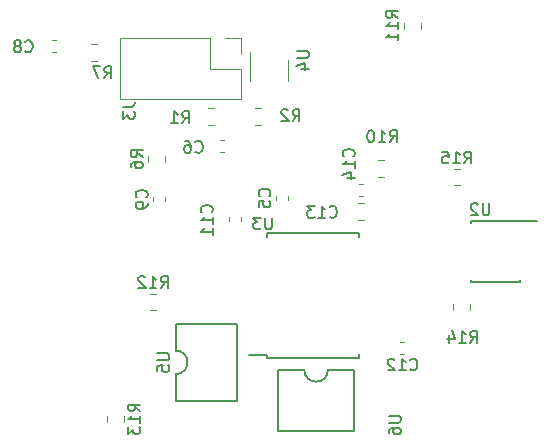
<source format=gbr>
G04 #@! TF.GenerationSoftware,KiCad,Pcbnew,(5.1.0)-1*
G04 #@! TF.CreationDate,2020-04-24T14:50:20+08:00*
G04 #@! TF.ProjectId,rs485_for_servo,72733438-355f-4666-9f72-5f736572766f,rev?*
G04 #@! TF.SameCoordinates,Original*
G04 #@! TF.FileFunction,Legend,Bot*
G04 #@! TF.FilePolarity,Positive*
%FSLAX46Y46*%
G04 Gerber Fmt 4.6, Leading zero omitted, Abs format (unit mm)*
G04 Created by KiCad (PCBNEW (5.1.0)-1) date 2020-04-24 14:50:20*
%MOMM*%
%LPD*%
G04 APERTURE LIST*
%ADD10C,0.200000*%
%ADD11C,0.120000*%
%ADD12C,0.150000*%
G04 APERTURE END LIST*
D10*
X99100000Y-53335000D02*
X99100000Y-51100000D01*
X104300000Y-53335000D02*
X99100000Y-53335000D01*
X104300000Y-46865000D02*
X104300000Y-53335000D01*
X99100000Y-46865000D02*
X104300000Y-46865000D01*
X99100000Y-49100000D02*
X99100000Y-46865000D01*
X99100000Y-51100000D02*
G75*
G03X99100000Y-49100000I0J1000000D01*
G01*
X107763000Y-50740000D02*
X109998000Y-50740000D01*
X107763000Y-55940000D02*
X107763000Y-50740000D01*
X114233000Y-55940000D02*
X107763000Y-55940000D01*
X114233000Y-50740000D02*
X114233000Y-55940000D01*
X111998000Y-50740000D02*
X114233000Y-50740000D01*
X109998000Y-50740000D02*
G75*
G03X111998000Y-50740000I1000000J0D01*
G01*
D11*
X123161252Y-35110000D02*
X122638748Y-35110000D01*
X123161252Y-33690000D02*
X122638748Y-33690000D01*
D12*
X128275000Y-38175000D02*
X129675000Y-38175000D01*
X128275000Y-43275000D02*
X124125000Y-43275000D01*
X128275000Y-38125000D02*
X124125000Y-38125000D01*
X128275000Y-43275000D02*
X128275000Y-43130000D01*
X124125000Y-43275000D02*
X124125000Y-43130000D01*
X124125000Y-38125000D02*
X124125000Y-38270000D01*
X128275000Y-38125000D02*
X128275000Y-38175000D01*
D11*
X92458578Y-24610000D02*
X91941422Y-24610000D01*
X92458578Y-23190000D02*
X91941422Y-23190000D01*
X101841422Y-28590000D02*
X102358578Y-28590000D01*
X101841422Y-30010000D02*
X102358578Y-30010000D01*
X88971267Y-23810000D02*
X88628733Y-23810000D01*
X88971267Y-22790000D02*
X88628733Y-22790000D01*
X106358578Y-30010000D02*
X105841422Y-30010000D01*
X106358578Y-28590000D02*
X105841422Y-28590000D01*
X98210000Y-32641422D02*
X98210000Y-33158578D01*
X96790000Y-32641422D02*
X96790000Y-33158578D01*
X119836000Y-21331422D02*
X119836000Y-21848578D01*
X118416000Y-21331422D02*
X118416000Y-21848578D01*
X104650000Y-23960000D02*
X104650000Y-22630000D01*
X104650000Y-22630000D02*
X103320000Y-22630000D01*
X104650000Y-25230000D02*
X102050000Y-25230000D01*
X102050000Y-25230000D02*
X102050000Y-22630000D01*
X102050000Y-22630000D02*
X94370000Y-22630000D01*
X94370000Y-27830000D02*
X94370000Y-22630000D01*
X104650000Y-27830000D02*
X94370000Y-27830000D01*
X104650000Y-27830000D02*
X104650000Y-25230000D01*
X104610000Y-37828733D02*
X104610000Y-38171267D01*
X103590000Y-37828733D02*
X103590000Y-38171267D01*
X118128733Y-48390000D02*
X118471267Y-48390000D01*
X118128733Y-49410000D02*
X118471267Y-49410000D01*
X115061252Y-38010000D02*
X114538748Y-38010000D01*
X115061252Y-36590000D02*
X114538748Y-36590000D01*
X114971267Y-36010000D02*
X114628733Y-36010000D01*
X114971267Y-34990000D02*
X114628733Y-34990000D01*
X116761252Y-34410000D02*
X116238748Y-34410000D01*
X116761252Y-32990000D02*
X116238748Y-32990000D01*
X97458578Y-45710000D02*
X96941422Y-45710000D01*
X97458578Y-44290000D02*
X96941422Y-44290000D01*
X93290000Y-55158578D02*
X93290000Y-54641422D01*
X94710000Y-55158578D02*
X94710000Y-54641422D01*
D12*
X106869000Y-49500000D02*
X105344000Y-49500000D01*
X106869000Y-39125000D02*
X114619000Y-39125000D01*
X106869000Y-49775000D02*
X114619000Y-49775000D01*
X106869000Y-39125000D02*
X106869000Y-39480000D01*
X114619000Y-39125000D02*
X114619000Y-39480000D01*
X114619000Y-49775000D02*
X114619000Y-49420000D01*
X106869000Y-49775000D02*
X106869000Y-49500000D01*
D11*
X108610000Y-36037221D02*
X108610000Y-36362779D01*
X107590000Y-36037221D02*
X107590000Y-36362779D01*
X103162779Y-32310000D02*
X102837221Y-32310000D01*
X103162779Y-31290000D02*
X102837221Y-31290000D01*
X124010000Y-45138748D02*
X124010000Y-45661252D01*
X122590000Y-45138748D02*
X122590000Y-45661252D01*
X98210000Y-36128733D02*
X98210000Y-36471267D01*
X97190000Y-36128733D02*
X97190000Y-36471267D01*
X105390000Y-26300000D02*
X105390000Y-23850000D01*
X108610000Y-24500000D02*
X108610000Y-26300000D01*
D12*
X97552380Y-49338095D02*
X98361904Y-49338095D01*
X98457142Y-49385714D01*
X98504761Y-49433333D01*
X98552380Y-49528571D01*
X98552380Y-49719047D01*
X98504761Y-49814285D01*
X98457142Y-49861904D01*
X98361904Y-49909523D01*
X97552380Y-49909523D01*
X97552380Y-50861904D02*
X97552380Y-50385714D01*
X98028571Y-50338095D01*
X97980952Y-50385714D01*
X97933333Y-50480952D01*
X97933333Y-50719047D01*
X97980952Y-50814285D01*
X98028571Y-50861904D01*
X98123809Y-50909523D01*
X98361904Y-50909523D01*
X98457142Y-50861904D01*
X98504761Y-50814285D01*
X98552380Y-50719047D01*
X98552380Y-50480952D01*
X98504761Y-50385714D01*
X98457142Y-50338095D01*
X117152380Y-54638095D02*
X117961904Y-54638095D01*
X118057142Y-54685714D01*
X118104761Y-54733333D01*
X118152380Y-54828571D01*
X118152380Y-55019047D01*
X118104761Y-55114285D01*
X118057142Y-55161904D01*
X117961904Y-55209523D01*
X117152380Y-55209523D01*
X117152380Y-56114285D02*
X117152380Y-55923809D01*
X117200000Y-55828571D01*
X117247619Y-55780952D01*
X117390476Y-55685714D01*
X117580952Y-55638095D01*
X117961904Y-55638095D01*
X118057142Y-55685714D01*
X118104761Y-55733333D01*
X118152380Y-55828571D01*
X118152380Y-56019047D01*
X118104761Y-56114285D01*
X118057142Y-56161904D01*
X117961904Y-56209523D01*
X117723809Y-56209523D01*
X117628571Y-56161904D01*
X117580952Y-56114285D01*
X117533333Y-56019047D01*
X117533333Y-55828571D01*
X117580952Y-55733333D01*
X117628571Y-55685714D01*
X117723809Y-55638095D01*
X123542857Y-33252380D02*
X123876190Y-32776190D01*
X124114285Y-33252380D02*
X124114285Y-32252380D01*
X123733333Y-32252380D01*
X123638095Y-32300000D01*
X123590476Y-32347619D01*
X123542857Y-32442857D01*
X123542857Y-32585714D01*
X123590476Y-32680952D01*
X123638095Y-32728571D01*
X123733333Y-32776190D01*
X124114285Y-32776190D01*
X122590476Y-33252380D02*
X123161904Y-33252380D01*
X122876190Y-33252380D02*
X122876190Y-32252380D01*
X122971428Y-32395238D01*
X123066666Y-32490476D01*
X123161904Y-32538095D01*
X121685714Y-32252380D02*
X122161904Y-32252380D01*
X122209523Y-32728571D01*
X122161904Y-32680952D01*
X122066666Y-32633333D01*
X121828571Y-32633333D01*
X121733333Y-32680952D01*
X121685714Y-32728571D01*
X121638095Y-32823809D01*
X121638095Y-33061904D01*
X121685714Y-33157142D01*
X121733333Y-33204761D01*
X121828571Y-33252380D01*
X122066666Y-33252380D01*
X122161904Y-33204761D01*
X122209523Y-33157142D01*
X125661904Y-36652380D02*
X125661904Y-37461904D01*
X125614285Y-37557142D01*
X125566666Y-37604761D01*
X125471428Y-37652380D01*
X125280952Y-37652380D01*
X125185714Y-37604761D01*
X125138095Y-37557142D01*
X125090476Y-37461904D01*
X125090476Y-36652380D01*
X124661904Y-36747619D02*
X124614285Y-36700000D01*
X124519047Y-36652380D01*
X124280952Y-36652380D01*
X124185714Y-36700000D01*
X124138095Y-36747619D01*
X124090476Y-36842857D01*
X124090476Y-36938095D01*
X124138095Y-37080952D01*
X124709523Y-37652380D01*
X124090476Y-37652380D01*
X93066666Y-26052380D02*
X93400000Y-25576190D01*
X93638095Y-26052380D02*
X93638095Y-25052380D01*
X93257142Y-25052380D01*
X93161904Y-25100000D01*
X93114285Y-25147619D01*
X93066666Y-25242857D01*
X93066666Y-25385714D01*
X93114285Y-25480952D01*
X93161904Y-25528571D01*
X93257142Y-25576190D01*
X93638095Y-25576190D01*
X92733333Y-25052380D02*
X92066666Y-25052380D01*
X92495238Y-26052380D01*
X99666666Y-29852380D02*
X100000000Y-29376190D01*
X100238095Y-29852380D02*
X100238095Y-28852380D01*
X99857142Y-28852380D01*
X99761904Y-28900000D01*
X99714285Y-28947619D01*
X99666666Y-29042857D01*
X99666666Y-29185714D01*
X99714285Y-29280952D01*
X99761904Y-29328571D01*
X99857142Y-29376190D01*
X100238095Y-29376190D01*
X98714285Y-29852380D02*
X99285714Y-29852380D01*
X99000000Y-29852380D02*
X99000000Y-28852380D01*
X99095238Y-28995238D01*
X99190476Y-29090476D01*
X99285714Y-29138095D01*
X86366666Y-23757142D02*
X86414285Y-23804761D01*
X86557142Y-23852380D01*
X86652380Y-23852380D01*
X86795238Y-23804761D01*
X86890476Y-23709523D01*
X86938095Y-23614285D01*
X86985714Y-23423809D01*
X86985714Y-23280952D01*
X86938095Y-23090476D01*
X86890476Y-22995238D01*
X86795238Y-22900000D01*
X86652380Y-22852380D01*
X86557142Y-22852380D01*
X86414285Y-22900000D01*
X86366666Y-22947619D01*
X85795238Y-23280952D02*
X85890476Y-23233333D01*
X85938095Y-23185714D01*
X85985714Y-23090476D01*
X85985714Y-23042857D01*
X85938095Y-22947619D01*
X85890476Y-22900000D01*
X85795238Y-22852380D01*
X85604761Y-22852380D01*
X85509523Y-22900000D01*
X85461904Y-22947619D01*
X85414285Y-23042857D01*
X85414285Y-23090476D01*
X85461904Y-23185714D01*
X85509523Y-23233333D01*
X85604761Y-23280952D01*
X85795238Y-23280952D01*
X85890476Y-23328571D01*
X85938095Y-23376190D01*
X85985714Y-23471428D01*
X85985714Y-23661904D01*
X85938095Y-23757142D01*
X85890476Y-23804761D01*
X85795238Y-23852380D01*
X85604761Y-23852380D01*
X85509523Y-23804761D01*
X85461904Y-23757142D01*
X85414285Y-23661904D01*
X85414285Y-23471428D01*
X85461904Y-23376190D01*
X85509523Y-23328571D01*
X85604761Y-23280952D01*
X108996666Y-29682380D02*
X109330000Y-29206190D01*
X109568095Y-29682380D02*
X109568095Y-28682380D01*
X109187142Y-28682380D01*
X109091904Y-28730000D01*
X109044285Y-28777619D01*
X108996666Y-28872857D01*
X108996666Y-29015714D01*
X109044285Y-29110952D01*
X109091904Y-29158571D01*
X109187142Y-29206190D01*
X109568095Y-29206190D01*
X108615714Y-28777619D02*
X108568095Y-28730000D01*
X108472857Y-28682380D01*
X108234761Y-28682380D01*
X108139523Y-28730000D01*
X108091904Y-28777619D01*
X108044285Y-28872857D01*
X108044285Y-28968095D01*
X108091904Y-29110952D01*
X108663333Y-29682380D01*
X108044285Y-29682380D01*
X96302380Y-32733333D02*
X95826190Y-32400000D01*
X96302380Y-32161904D02*
X95302380Y-32161904D01*
X95302380Y-32542857D01*
X95350000Y-32638095D01*
X95397619Y-32685714D01*
X95492857Y-32733333D01*
X95635714Y-32733333D01*
X95730952Y-32685714D01*
X95778571Y-32638095D01*
X95826190Y-32542857D01*
X95826190Y-32161904D01*
X95302380Y-33590476D02*
X95302380Y-33400000D01*
X95350000Y-33304761D01*
X95397619Y-33257142D01*
X95540476Y-33161904D01*
X95730952Y-33114285D01*
X96111904Y-33114285D01*
X96207142Y-33161904D01*
X96254761Y-33209523D01*
X96302380Y-33304761D01*
X96302380Y-33495238D01*
X96254761Y-33590476D01*
X96207142Y-33638095D01*
X96111904Y-33685714D01*
X95873809Y-33685714D01*
X95778571Y-33638095D01*
X95730952Y-33590476D01*
X95683333Y-33495238D01*
X95683333Y-33304761D01*
X95730952Y-33209523D01*
X95778571Y-33161904D01*
X95873809Y-33114285D01*
X117928380Y-20947142D02*
X117452190Y-20613809D01*
X117928380Y-20375714D02*
X116928380Y-20375714D01*
X116928380Y-20756666D01*
X116976000Y-20851904D01*
X117023619Y-20899523D01*
X117118857Y-20947142D01*
X117261714Y-20947142D01*
X117356952Y-20899523D01*
X117404571Y-20851904D01*
X117452190Y-20756666D01*
X117452190Y-20375714D01*
X117928380Y-21899523D02*
X117928380Y-21328095D01*
X117928380Y-21613809D02*
X116928380Y-21613809D01*
X117071238Y-21518571D01*
X117166476Y-21423333D01*
X117214095Y-21328095D01*
X117928380Y-22851904D02*
X117928380Y-22280476D01*
X117928380Y-22566190D02*
X116928380Y-22566190D01*
X117071238Y-22470952D01*
X117166476Y-22375714D01*
X117214095Y-22280476D01*
X94652380Y-28466666D02*
X95366666Y-28466666D01*
X95509523Y-28419047D01*
X95604761Y-28323809D01*
X95652380Y-28180952D01*
X95652380Y-28085714D01*
X94652380Y-28847619D02*
X94652380Y-29466666D01*
X95033333Y-29133333D01*
X95033333Y-29276190D01*
X95080952Y-29371428D01*
X95128571Y-29419047D01*
X95223809Y-29466666D01*
X95461904Y-29466666D01*
X95557142Y-29419047D01*
X95604761Y-29371428D01*
X95652380Y-29276190D01*
X95652380Y-28990476D01*
X95604761Y-28895238D01*
X95557142Y-28847619D01*
X102137142Y-37407142D02*
X102184761Y-37359523D01*
X102232380Y-37216666D01*
X102232380Y-37121428D01*
X102184761Y-36978571D01*
X102089523Y-36883333D01*
X101994285Y-36835714D01*
X101803809Y-36788095D01*
X101660952Y-36788095D01*
X101470476Y-36835714D01*
X101375238Y-36883333D01*
X101280000Y-36978571D01*
X101232380Y-37121428D01*
X101232380Y-37216666D01*
X101280000Y-37359523D01*
X101327619Y-37407142D01*
X102232380Y-38359523D02*
X102232380Y-37788095D01*
X102232380Y-38073809D02*
X101232380Y-38073809D01*
X101375238Y-37978571D01*
X101470476Y-37883333D01*
X101518095Y-37788095D01*
X102232380Y-39311904D02*
X102232380Y-38740476D01*
X102232380Y-39026190D02*
X101232380Y-39026190D01*
X101375238Y-38930952D01*
X101470476Y-38835714D01*
X101518095Y-38740476D01*
X118942857Y-50687142D02*
X118990476Y-50734761D01*
X119133333Y-50782380D01*
X119228571Y-50782380D01*
X119371428Y-50734761D01*
X119466666Y-50639523D01*
X119514285Y-50544285D01*
X119561904Y-50353809D01*
X119561904Y-50210952D01*
X119514285Y-50020476D01*
X119466666Y-49925238D01*
X119371428Y-49830000D01*
X119228571Y-49782380D01*
X119133333Y-49782380D01*
X118990476Y-49830000D01*
X118942857Y-49877619D01*
X117990476Y-50782380D02*
X118561904Y-50782380D01*
X118276190Y-50782380D02*
X118276190Y-49782380D01*
X118371428Y-49925238D01*
X118466666Y-50020476D01*
X118561904Y-50068095D01*
X117609523Y-49877619D02*
X117561904Y-49830000D01*
X117466666Y-49782380D01*
X117228571Y-49782380D01*
X117133333Y-49830000D01*
X117085714Y-49877619D01*
X117038095Y-49972857D01*
X117038095Y-50068095D01*
X117085714Y-50210952D01*
X117657142Y-50782380D01*
X117038095Y-50782380D01*
X112142857Y-37757142D02*
X112190476Y-37804761D01*
X112333333Y-37852380D01*
X112428571Y-37852380D01*
X112571428Y-37804761D01*
X112666666Y-37709523D01*
X112714285Y-37614285D01*
X112761904Y-37423809D01*
X112761904Y-37280952D01*
X112714285Y-37090476D01*
X112666666Y-36995238D01*
X112571428Y-36900000D01*
X112428571Y-36852380D01*
X112333333Y-36852380D01*
X112190476Y-36900000D01*
X112142857Y-36947619D01*
X111190476Y-37852380D02*
X111761904Y-37852380D01*
X111476190Y-37852380D02*
X111476190Y-36852380D01*
X111571428Y-36995238D01*
X111666666Y-37090476D01*
X111761904Y-37138095D01*
X110857142Y-36852380D02*
X110238095Y-36852380D01*
X110571428Y-37233333D01*
X110428571Y-37233333D01*
X110333333Y-37280952D01*
X110285714Y-37328571D01*
X110238095Y-37423809D01*
X110238095Y-37661904D01*
X110285714Y-37757142D01*
X110333333Y-37804761D01*
X110428571Y-37852380D01*
X110714285Y-37852380D01*
X110809523Y-37804761D01*
X110857142Y-37757142D01*
X114157142Y-32657142D02*
X114204761Y-32609523D01*
X114252380Y-32466666D01*
X114252380Y-32371428D01*
X114204761Y-32228571D01*
X114109523Y-32133333D01*
X114014285Y-32085714D01*
X113823809Y-32038095D01*
X113680952Y-32038095D01*
X113490476Y-32085714D01*
X113395238Y-32133333D01*
X113300000Y-32228571D01*
X113252380Y-32371428D01*
X113252380Y-32466666D01*
X113300000Y-32609523D01*
X113347619Y-32657142D01*
X114252380Y-33609523D02*
X114252380Y-33038095D01*
X114252380Y-33323809D02*
X113252380Y-33323809D01*
X113395238Y-33228571D01*
X113490476Y-33133333D01*
X113538095Y-33038095D01*
X113585714Y-34466666D02*
X114252380Y-34466666D01*
X113204761Y-34228571D02*
X113919047Y-33990476D01*
X113919047Y-34609523D01*
X117242857Y-31452380D02*
X117576190Y-30976190D01*
X117814285Y-31452380D02*
X117814285Y-30452380D01*
X117433333Y-30452380D01*
X117338095Y-30500000D01*
X117290476Y-30547619D01*
X117242857Y-30642857D01*
X117242857Y-30785714D01*
X117290476Y-30880952D01*
X117338095Y-30928571D01*
X117433333Y-30976190D01*
X117814285Y-30976190D01*
X116290476Y-31452380D02*
X116861904Y-31452380D01*
X116576190Y-31452380D02*
X116576190Y-30452380D01*
X116671428Y-30595238D01*
X116766666Y-30690476D01*
X116861904Y-30738095D01*
X115671428Y-30452380D02*
X115576190Y-30452380D01*
X115480952Y-30500000D01*
X115433333Y-30547619D01*
X115385714Y-30642857D01*
X115338095Y-30833333D01*
X115338095Y-31071428D01*
X115385714Y-31261904D01*
X115433333Y-31357142D01*
X115480952Y-31404761D01*
X115576190Y-31452380D01*
X115671428Y-31452380D01*
X115766666Y-31404761D01*
X115814285Y-31357142D01*
X115861904Y-31261904D01*
X115909523Y-31071428D01*
X115909523Y-30833333D01*
X115861904Y-30642857D01*
X115814285Y-30547619D01*
X115766666Y-30500000D01*
X115671428Y-30452380D01*
X97842857Y-43802380D02*
X98176190Y-43326190D01*
X98414285Y-43802380D02*
X98414285Y-42802380D01*
X98033333Y-42802380D01*
X97938095Y-42850000D01*
X97890476Y-42897619D01*
X97842857Y-42992857D01*
X97842857Y-43135714D01*
X97890476Y-43230952D01*
X97938095Y-43278571D01*
X98033333Y-43326190D01*
X98414285Y-43326190D01*
X96890476Y-43802380D02*
X97461904Y-43802380D01*
X97176190Y-43802380D02*
X97176190Y-42802380D01*
X97271428Y-42945238D01*
X97366666Y-43040476D01*
X97461904Y-43088095D01*
X96509523Y-42897619D02*
X96461904Y-42850000D01*
X96366666Y-42802380D01*
X96128571Y-42802380D01*
X96033333Y-42850000D01*
X95985714Y-42897619D01*
X95938095Y-42992857D01*
X95938095Y-43088095D01*
X95985714Y-43230952D01*
X96557142Y-43802380D01*
X95938095Y-43802380D01*
X96102380Y-54257142D02*
X95626190Y-53923809D01*
X96102380Y-53685714D02*
X95102380Y-53685714D01*
X95102380Y-54066666D01*
X95150000Y-54161904D01*
X95197619Y-54209523D01*
X95292857Y-54257142D01*
X95435714Y-54257142D01*
X95530952Y-54209523D01*
X95578571Y-54161904D01*
X95626190Y-54066666D01*
X95626190Y-53685714D01*
X96102380Y-55209523D02*
X96102380Y-54638095D01*
X96102380Y-54923809D02*
X95102380Y-54923809D01*
X95245238Y-54828571D01*
X95340476Y-54733333D01*
X95388095Y-54638095D01*
X95102380Y-55542857D02*
X95102380Y-56161904D01*
X95483333Y-55828571D01*
X95483333Y-55971428D01*
X95530952Y-56066666D01*
X95578571Y-56114285D01*
X95673809Y-56161904D01*
X95911904Y-56161904D01*
X96007142Y-56114285D01*
X96054761Y-56066666D01*
X96102380Y-55971428D01*
X96102380Y-55685714D01*
X96054761Y-55590476D01*
X96007142Y-55542857D01*
X107261904Y-37852380D02*
X107261904Y-38661904D01*
X107214285Y-38757142D01*
X107166666Y-38804761D01*
X107071428Y-38852380D01*
X106880952Y-38852380D01*
X106785714Y-38804761D01*
X106738095Y-38757142D01*
X106690476Y-38661904D01*
X106690476Y-37852380D01*
X106309523Y-37852380D02*
X105690476Y-37852380D01*
X106023809Y-38233333D01*
X105880952Y-38233333D01*
X105785714Y-38280952D01*
X105738095Y-38328571D01*
X105690476Y-38423809D01*
X105690476Y-38661904D01*
X105738095Y-38757142D01*
X105785714Y-38804761D01*
X105880952Y-38852380D01*
X106166666Y-38852380D01*
X106261904Y-38804761D01*
X106309523Y-38757142D01*
X107027142Y-36033333D02*
X107074761Y-35985714D01*
X107122380Y-35842857D01*
X107122380Y-35747619D01*
X107074761Y-35604761D01*
X106979523Y-35509523D01*
X106884285Y-35461904D01*
X106693809Y-35414285D01*
X106550952Y-35414285D01*
X106360476Y-35461904D01*
X106265238Y-35509523D01*
X106170000Y-35604761D01*
X106122380Y-35747619D01*
X106122380Y-35842857D01*
X106170000Y-35985714D01*
X106217619Y-36033333D01*
X106122380Y-36938095D02*
X106122380Y-36461904D01*
X106598571Y-36414285D01*
X106550952Y-36461904D01*
X106503333Y-36557142D01*
X106503333Y-36795238D01*
X106550952Y-36890476D01*
X106598571Y-36938095D01*
X106693809Y-36985714D01*
X106931904Y-36985714D01*
X107027142Y-36938095D01*
X107074761Y-36890476D01*
X107122380Y-36795238D01*
X107122380Y-36557142D01*
X107074761Y-36461904D01*
X107027142Y-36414285D01*
X100766666Y-32257142D02*
X100814285Y-32304761D01*
X100957142Y-32352380D01*
X101052380Y-32352380D01*
X101195238Y-32304761D01*
X101290476Y-32209523D01*
X101338095Y-32114285D01*
X101385714Y-31923809D01*
X101385714Y-31780952D01*
X101338095Y-31590476D01*
X101290476Y-31495238D01*
X101195238Y-31400000D01*
X101052380Y-31352380D01*
X100957142Y-31352380D01*
X100814285Y-31400000D01*
X100766666Y-31447619D01*
X99909523Y-31352380D02*
X100100000Y-31352380D01*
X100195238Y-31400000D01*
X100242857Y-31447619D01*
X100338095Y-31590476D01*
X100385714Y-31780952D01*
X100385714Y-32161904D01*
X100338095Y-32257142D01*
X100290476Y-32304761D01*
X100195238Y-32352380D01*
X100004761Y-32352380D01*
X99909523Y-32304761D01*
X99861904Y-32257142D01*
X99814285Y-32161904D01*
X99814285Y-31923809D01*
X99861904Y-31828571D01*
X99909523Y-31780952D01*
X100004761Y-31733333D01*
X100195238Y-31733333D01*
X100290476Y-31780952D01*
X100338095Y-31828571D01*
X100385714Y-31923809D01*
X124042857Y-48452380D02*
X124376190Y-47976190D01*
X124614285Y-48452380D02*
X124614285Y-47452380D01*
X124233333Y-47452380D01*
X124138095Y-47500000D01*
X124090476Y-47547619D01*
X124042857Y-47642857D01*
X124042857Y-47785714D01*
X124090476Y-47880952D01*
X124138095Y-47928571D01*
X124233333Y-47976190D01*
X124614285Y-47976190D01*
X123090476Y-48452380D02*
X123661904Y-48452380D01*
X123376190Y-48452380D02*
X123376190Y-47452380D01*
X123471428Y-47595238D01*
X123566666Y-47690476D01*
X123661904Y-47738095D01*
X122233333Y-47785714D02*
X122233333Y-48452380D01*
X122471428Y-47404761D02*
X122709523Y-48119047D01*
X122090476Y-48119047D01*
X96627142Y-36133333D02*
X96674761Y-36085714D01*
X96722380Y-35942857D01*
X96722380Y-35847619D01*
X96674761Y-35704761D01*
X96579523Y-35609523D01*
X96484285Y-35561904D01*
X96293809Y-35514285D01*
X96150952Y-35514285D01*
X95960476Y-35561904D01*
X95865238Y-35609523D01*
X95770000Y-35704761D01*
X95722380Y-35847619D01*
X95722380Y-35942857D01*
X95770000Y-36085714D01*
X95817619Y-36133333D01*
X96722380Y-36609523D02*
X96722380Y-36800000D01*
X96674761Y-36895238D01*
X96627142Y-36942857D01*
X96484285Y-37038095D01*
X96293809Y-37085714D01*
X95912857Y-37085714D01*
X95817619Y-37038095D01*
X95770000Y-36990476D01*
X95722380Y-36895238D01*
X95722380Y-36704761D01*
X95770000Y-36609523D01*
X95817619Y-36561904D01*
X95912857Y-36514285D01*
X96150952Y-36514285D01*
X96246190Y-36561904D01*
X96293809Y-36609523D01*
X96341428Y-36704761D01*
X96341428Y-36895238D01*
X96293809Y-36990476D01*
X96246190Y-37038095D01*
X96150952Y-37085714D01*
X109372380Y-23758095D02*
X110181904Y-23758095D01*
X110277142Y-23805714D01*
X110324761Y-23853333D01*
X110372380Y-23948571D01*
X110372380Y-24139047D01*
X110324761Y-24234285D01*
X110277142Y-24281904D01*
X110181904Y-24329523D01*
X109372380Y-24329523D01*
X109705714Y-25234285D02*
X110372380Y-25234285D01*
X109324761Y-24996190D02*
X110039047Y-24758095D01*
X110039047Y-25377142D01*
M02*

</source>
